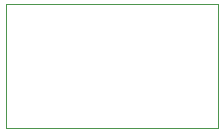
<source format=gbr>
G04 #@! TF.GenerationSoftware,KiCad,Pcbnew,(5.1.5)-3*
G04 #@! TF.CreationDate,2020-05-29T15:05:33+09:00*
G04 #@! TF.ProjectId,FMU3_Power_make,464d5533-5f50-46f7-9765-725f6d616b65,rev?*
G04 #@! TF.SameCoordinates,Original*
G04 #@! TF.FileFunction,Profile,NP*
%FSLAX46Y46*%
G04 Gerber Fmt 4.6, Leading zero omitted, Abs format (unit mm)*
G04 Created by KiCad (PCBNEW (5.1.5)-3) date 2020-05-29 15:05:33*
%MOMM*%
%LPD*%
G04 APERTURE LIST*
%ADD10C,0.050000*%
G04 APERTURE END LIST*
D10*
X119500000Y-49500000D02*
X119500000Y-60000000D01*
X101500000Y-60000000D02*
X101500000Y-49500000D01*
X119500000Y-60000000D02*
X101500000Y-60000000D01*
X101500000Y-49500000D02*
X119500000Y-49500000D01*
M02*

</source>
